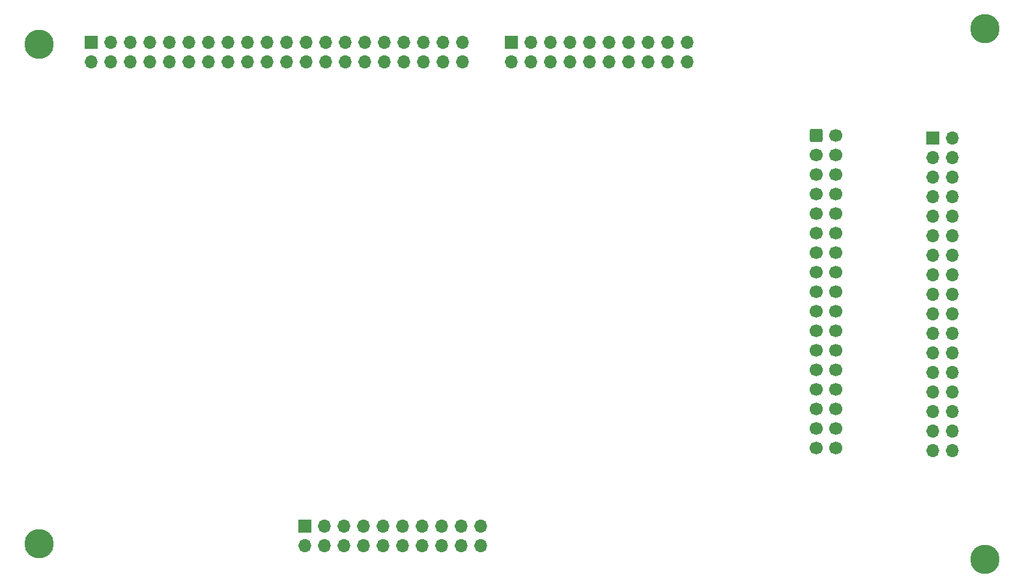
<source format=gbs>
G04 #@! TF.GenerationSoftware,KiCad,Pcbnew,(6.0.0)*
G04 #@! TF.CreationDate,2022-01-24T11:54:52+01:00*
G04 #@! TF.ProjectId,PUTM_EV_Front_Box_2022_P_ytka_Pozioma,5055544d-5f45-4565-9f46-726f6e745f42,rev?*
G04 #@! TF.SameCoordinates,Original*
G04 #@! TF.FileFunction,Soldermask,Bot*
G04 #@! TF.FilePolarity,Negative*
%FSLAX46Y46*%
G04 Gerber Fmt 4.6, Leading zero omitted, Abs format (unit mm)*
G04 Created by KiCad (PCBNEW (6.0.0)) date 2022-01-24 11:54:52*
%MOMM*%
%LPD*%
G01*
G04 APERTURE LIST*
G04 Aperture macros list*
%AMRoundRect*
0 Rectangle with rounded corners*
0 $1 Rounding radius*
0 $2 $3 $4 $5 $6 $7 $8 $9 X,Y pos of 4 corners*
0 Add a 4 corners polygon primitive as box body*
4,1,4,$2,$3,$4,$5,$6,$7,$8,$9,$2,$3,0*
0 Add four circle primitives for the rounded corners*
1,1,$1+$1,$2,$3*
1,1,$1+$1,$4,$5*
1,1,$1+$1,$6,$7*
1,1,$1+$1,$8,$9*
0 Add four rect primitives between the rounded corners*
20,1,$1+$1,$2,$3,$4,$5,0*
20,1,$1+$1,$4,$5,$6,$7,0*
20,1,$1+$1,$6,$7,$8,$9,0*
20,1,$1+$1,$8,$9,$2,$3,0*%
G04 Aperture macros list end*
%ADD10R,1.700000X1.700000*%
%ADD11O,1.700000X1.700000*%
%ADD12RoundRect,0.250000X-0.600000X-0.600000X0.600000X-0.600000X0.600000X0.600000X-0.600000X0.600000X0*%
%ADD13C,1.700000*%
%ADD14C,3.800000*%
G04 APERTURE END LIST*
D10*
X116150000Y-107597154D03*
D11*
X116150000Y-110137154D03*
X118690000Y-107597154D03*
X118690000Y-110137154D03*
X121230000Y-107597154D03*
X121230000Y-110137154D03*
X123770000Y-107597154D03*
X123770000Y-110137154D03*
X126310000Y-107597154D03*
X126310000Y-110137154D03*
X128850000Y-107597154D03*
X128850000Y-110137154D03*
X131390000Y-107597154D03*
X131390000Y-110137154D03*
X133930000Y-107597154D03*
X133930000Y-110137154D03*
X136470000Y-107597154D03*
X136470000Y-110137154D03*
X139010000Y-107597154D03*
X139010000Y-110137154D03*
D10*
X88360000Y-44697154D03*
D11*
X88360000Y-47237154D03*
X90900000Y-44697154D03*
X90900000Y-47237154D03*
X93440000Y-44697154D03*
X93440000Y-47237154D03*
X95980000Y-44697154D03*
X95980000Y-47237154D03*
X98520000Y-44697154D03*
X98520000Y-47237154D03*
X101060000Y-44697154D03*
X101060000Y-47237154D03*
X103600000Y-44697154D03*
X103600000Y-47237154D03*
X106140000Y-44697154D03*
X106140000Y-47237154D03*
X108680000Y-44697154D03*
X108680000Y-47237154D03*
X111220000Y-44697154D03*
X111220000Y-47237154D03*
X113760000Y-44697154D03*
X113760000Y-47237154D03*
X116300000Y-44697154D03*
X116300000Y-47237154D03*
X118840000Y-44697154D03*
X118840000Y-47237154D03*
X121380000Y-44697154D03*
X121380000Y-47237154D03*
X123920000Y-44697154D03*
X123920000Y-47237154D03*
X126460000Y-44697154D03*
X126460000Y-47237154D03*
X129000000Y-44697154D03*
X129000000Y-47237154D03*
X131540000Y-44697154D03*
X131540000Y-47237154D03*
X134080000Y-44697154D03*
X134080000Y-47237154D03*
X136620000Y-44697154D03*
X136620000Y-47237154D03*
D10*
X142970000Y-44687154D03*
D11*
X142970000Y-47227154D03*
X145510000Y-44687154D03*
X145510000Y-47227154D03*
X148050000Y-44687154D03*
X148050000Y-47227154D03*
X150590000Y-44687154D03*
X150590000Y-47227154D03*
X153130000Y-44687154D03*
X153130000Y-47227154D03*
X155670000Y-44687154D03*
X155670000Y-47227154D03*
X158210000Y-44687154D03*
X158210000Y-47227154D03*
X160750000Y-44687154D03*
X160750000Y-47227154D03*
X163290000Y-44687154D03*
X163290000Y-47227154D03*
X165830000Y-44687154D03*
X165830000Y-47227154D03*
D12*
X182570000Y-56837154D03*
D13*
X185110000Y-56837154D03*
X182570000Y-59377154D03*
X185110000Y-59377154D03*
X182570000Y-61917154D03*
X185110000Y-61917154D03*
X182570000Y-64457154D03*
X185110000Y-64457154D03*
X182570000Y-66997154D03*
X185110000Y-66997154D03*
X182570000Y-69537154D03*
X185110000Y-69537154D03*
X182570000Y-72077154D03*
X185110000Y-72077154D03*
X182570000Y-74617154D03*
X185110000Y-74617154D03*
X182570000Y-77157154D03*
X185110000Y-77157154D03*
X182570000Y-79697154D03*
X185110000Y-79697154D03*
X182570000Y-82237154D03*
X185110000Y-82237154D03*
X182570000Y-84777154D03*
X185110000Y-84777154D03*
X182570000Y-87317154D03*
X185110000Y-87317154D03*
X182570000Y-89857154D03*
X185110000Y-89857154D03*
X182570000Y-92397154D03*
X185110000Y-92397154D03*
X182570000Y-94937154D03*
X185110000Y-94937154D03*
X182570000Y-97477154D03*
X185110000Y-97477154D03*
D14*
X204570000Y-42937154D03*
X81610000Y-109940154D03*
X81590000Y-44937154D03*
X204570000Y-111937154D03*
D10*
X197740000Y-57117154D03*
D11*
X200280000Y-57117154D03*
X197740000Y-59657154D03*
X200280000Y-59657154D03*
X197740000Y-62197154D03*
X200280000Y-62197154D03*
X197740000Y-64737154D03*
X200280000Y-64737154D03*
X197740000Y-67277154D03*
X200280000Y-67277154D03*
X197740000Y-69817154D03*
X200280000Y-69817154D03*
X197740000Y-72357154D03*
X200280000Y-72357154D03*
X197740000Y-74897154D03*
X200280000Y-74897154D03*
X197740000Y-77437154D03*
X200280000Y-77437154D03*
X197740000Y-79977154D03*
X200280000Y-79977154D03*
X197740000Y-82517154D03*
X200280000Y-82517154D03*
X197740000Y-85057154D03*
X200280000Y-85057154D03*
X197740000Y-87597154D03*
X200280000Y-87597154D03*
X197740000Y-90137154D03*
X200280000Y-90137154D03*
X197740000Y-92677154D03*
X200280000Y-92677154D03*
X197740000Y-95217154D03*
X200280000Y-95217154D03*
X197740000Y-97757154D03*
X200280000Y-97757154D03*
M02*

</source>
